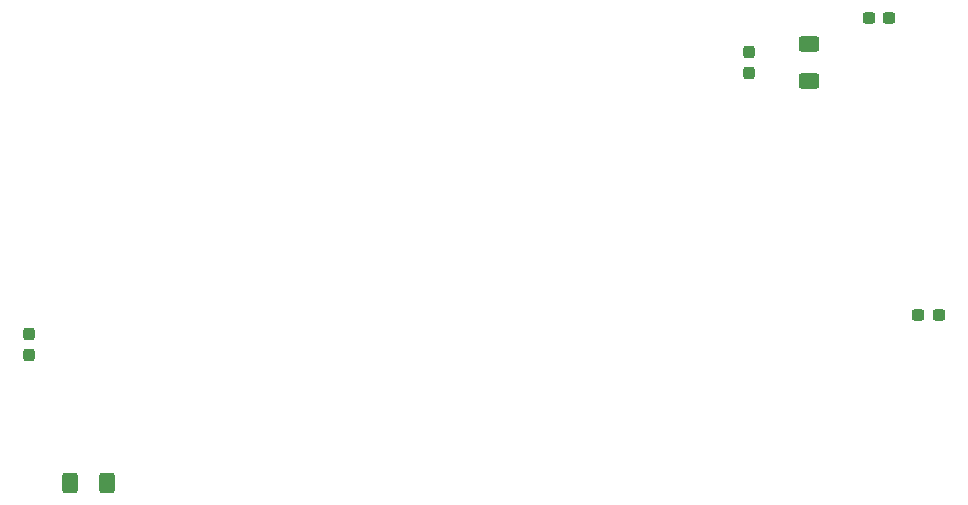
<source format=gbr>
%TF.GenerationSoftware,KiCad,Pcbnew,6.0.2+dfsg-1*%
%TF.CreationDate,2023-10-02T17:07:50+02:00*%
%TF.ProjectId,iop,696f702e-6b69-4636-9164-5f7063625858,rev?*%
%TF.SameCoordinates,Original*%
%TF.FileFunction,Paste,Top*%
%TF.FilePolarity,Positive*%
%FSLAX46Y46*%
G04 Gerber Fmt 4.6, Leading zero omitted, Abs format (unit mm)*
G04 Created by KiCad (PCBNEW 6.0.2+dfsg-1) date 2023-10-02 17:07:50*
%MOMM*%
%LPD*%
G01*
G04 APERTURE LIST*
G04 Aperture macros list*
%AMRoundRect*
0 Rectangle with rounded corners*
0 $1 Rounding radius*
0 $2 $3 $4 $5 $6 $7 $8 $9 X,Y pos of 4 corners*
0 Add a 4 corners polygon primitive as box body*
4,1,4,$2,$3,$4,$5,$6,$7,$8,$9,$2,$3,0*
0 Add four circle primitives for the rounded corners*
1,1,$1+$1,$2,$3*
1,1,$1+$1,$4,$5*
1,1,$1+$1,$6,$7*
1,1,$1+$1,$8,$9*
0 Add four rect primitives between the rounded corners*
20,1,$1+$1,$2,$3,$4,$5,0*
20,1,$1+$1,$4,$5,$6,$7,0*
20,1,$1+$1,$6,$7,$8,$9,0*
20,1,$1+$1,$8,$9,$2,$3,0*%
G04 Aperture macros list end*
%ADD10RoundRect,0.250000X-0.400000X-0.625000X0.400000X-0.625000X0.400000X0.625000X-0.400000X0.625000X0*%
%ADD11RoundRect,0.237500X0.237500X-0.300000X0.237500X0.300000X-0.237500X0.300000X-0.237500X-0.300000X0*%
%ADD12RoundRect,0.237500X0.300000X0.237500X-0.300000X0.237500X-0.300000X-0.237500X0.300000X-0.237500X0*%
%ADD13RoundRect,0.237500X-0.300000X-0.237500X0.300000X-0.237500X0.300000X0.237500X-0.300000X0.237500X0*%
%ADD14RoundRect,0.250000X-0.625000X0.400000X-0.625000X-0.400000X0.625000X-0.400000X0.625000X0.400000X0*%
G04 APERTURE END LIST*
D10*
%TO.C,R5*%
X64490000Y-161544000D03*
X67590000Y-161544000D03*
%TD*%
D11*
%TO.C,C8*%
X60960000Y-150722500D03*
X60960000Y-148997500D03*
%TD*%
D12*
%TO.C,C3*%
X133805000Y-122174000D03*
X132080000Y-122174000D03*
%TD*%
D13*
%TO.C,C2*%
X136297500Y-147320000D03*
X138022500Y-147320000D03*
%TD*%
D14*
%TO.C,R3*%
X127000000Y-124434000D03*
X127000000Y-127534000D03*
%TD*%
D11*
%TO.C,C1*%
X121920000Y-126846500D03*
X121920000Y-125121500D03*
%TD*%
M02*

</source>
